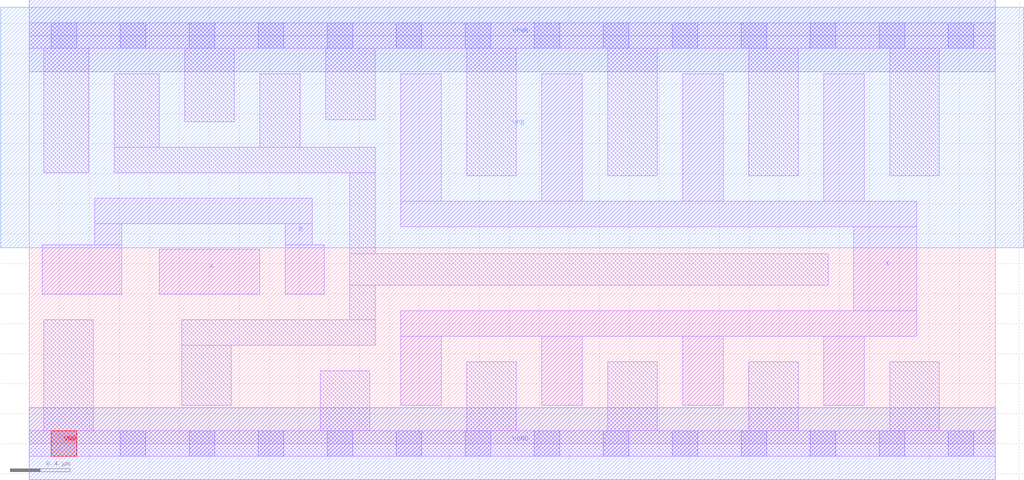
<source format=lef>
# Copyright 2020 The SkyWater PDK Authors
#
# Licensed under the Apache License, Version 2.0 (the "License");
# you may not use this file except in compliance with the License.
# You may obtain a copy of the License at
#
#     https://www.apache.org/licenses/LICENSE-2.0
#
# Unless required by applicable law or agreed to in writing, software
# distributed under the License is distributed on an "AS IS" BASIS,
# WITHOUT WARRANTIES OR CONDITIONS OF ANY KIND, either express or implied.
# See the License for the specific language governing permissions and
# limitations under the License.
#
# SPDX-License-Identifier: Apache-2.0

VERSION 5.7 ;
  NOWIREEXTENSIONATPIN ON ;
  DIVIDERCHAR "/" ;
  BUSBITCHARS "[]" ;
PROPERTYDEFINITIONS
  MACRO maskLayoutSubType STRING ;
  MACRO prCellType STRING ;
  MACRO originalViewName STRING ;
END PROPERTYDEFINITIONS
MACRO sky130_fd_sc_hdll__and2_8
  CLASS CORE ;
  FOREIGN sky130_fd_sc_hdll__and2_8 ;
  ORIGIN  0.000000  0.000000 ;
  SIZE  6.440000 BY  2.720000 ;
  SYMMETRY X Y R90 ;
  SITE unithd ;
  PIN A
    ANTENNAGATEAREA  0.555000 ;
    DIRECTION INPUT ;
    USE SIGNAL ;
    PORT
      LAYER li1 ;
        RECT 0.865000 0.995000 1.535000 1.295000 ;
    END
  END A
  PIN B
    ANTENNAGATEAREA  0.555000 ;
    DIRECTION INPUT ;
    USE SIGNAL ;
    PORT
      LAYER li1 ;
        RECT 0.085000 0.995000 0.615000 1.325000 ;
        RECT 0.435000 1.325000 0.615000 1.465000 ;
        RECT 0.435000 1.465000 1.885000 1.635000 ;
        RECT 1.705000 0.995000 1.965000 1.325000 ;
        RECT 1.705000 1.325000 1.885000 1.465000 ;
    END
  END B
  PIN VGND
    ANTENNADIFFAREA  1.456000 ;
    DIRECTION INOUT ;
    USE SIGNAL ;
    PORT
      LAYER met1 ;
        RECT 0.000000 -0.240000 6.440000 0.240000 ;
    END
  END VGND
  PIN VNB
    PORT
      LAYER pwell ;
        RECT 0.145000 -0.085000 0.315000 0.085000 ;
    END
  END VNB
  PIN VPB
    PORT
      LAYER nwell ;
        RECT -0.190000 1.305000 6.630000 2.910000 ;
    END
  END VPB
  PIN VPWR
    ANTENNADIFFAREA  2.010000 ;
    DIRECTION INOUT ;
    USE SIGNAL ;
    PORT
      LAYER met1 ;
        RECT 0.000000 2.480000 6.440000 2.960000 ;
    END
  END VPWR
  PIN X
    ANTENNADIFFAREA  1.862000 ;
    DIRECTION OUTPUT ;
    USE SIGNAL ;
    PORT
      LAYER li1 ;
        RECT 2.475000 0.255000 2.745000 0.715000 ;
        RECT 2.475000 0.715000 5.915000 0.885000 ;
        RECT 2.475000 1.445000 5.915000 1.615000 ;
        RECT 2.475000 1.615000 2.745000 2.465000 ;
        RECT 3.415000 0.255000 3.685000 0.715000 ;
        RECT 3.415000 1.615000 3.685000 2.465000 ;
        RECT 4.355000 0.255000 4.625000 0.715000 ;
        RECT 4.355000 1.615000 4.625000 2.465000 ;
        RECT 5.295000 0.255000 5.565000 0.715000 ;
        RECT 5.295000 1.615000 5.565000 2.465000 ;
        RECT 5.495000 0.885000 5.915000 1.445000 ;
    END
  END X
  OBS
    LAYER li1 ;
      RECT 0.000000 -0.085000 6.440000 0.085000 ;
      RECT 0.000000  2.635000 6.440000 2.805000 ;
      RECT 0.095000  0.085000 0.425000 0.825000 ;
      RECT 0.095000  1.805000 0.395000 2.635000 ;
      RECT 0.565000  1.805000 2.305000 1.975000 ;
      RECT 0.565000  1.975000 0.865000 2.465000 ;
      RECT 1.015000  0.255000 1.345000 0.655000 ;
      RECT 1.015000  0.655000 2.305000 0.825000 ;
      RECT 1.035000  2.145000 1.365000 2.635000 ;
      RECT 1.535000  1.975000 1.805000 2.465000 ;
      RECT 1.940000  0.085000 2.270000 0.485000 ;
      RECT 1.975000  2.160000 2.305000 2.635000 ;
      RECT 2.135000  0.825000 2.305000 1.055000 ;
      RECT 2.135000  1.055000 5.325000 1.265000 ;
      RECT 2.135000  1.265000 2.305000 1.805000 ;
      RECT 2.915000  0.085000 3.245000 0.545000 ;
      RECT 2.915000  1.785000 3.245000 2.635000 ;
      RECT 3.855000  0.085000 4.185000 0.545000 ;
      RECT 3.855000  1.785000 4.185000 2.635000 ;
      RECT 4.795000  0.085000 5.125000 0.545000 ;
      RECT 4.795000  1.785000 5.125000 2.635000 ;
      RECT 5.735000  0.085000 6.065000 0.545000 ;
      RECT 5.735000  1.785000 6.065000 2.635000 ;
    LAYER mcon ;
      RECT 0.145000 -0.085000 0.315000 0.085000 ;
      RECT 0.145000  2.635000 0.315000 2.805000 ;
      RECT 0.605000 -0.085000 0.775000 0.085000 ;
      RECT 0.605000  2.635000 0.775000 2.805000 ;
      RECT 1.065000 -0.085000 1.235000 0.085000 ;
      RECT 1.065000  2.635000 1.235000 2.805000 ;
      RECT 1.525000 -0.085000 1.695000 0.085000 ;
      RECT 1.525000  2.635000 1.695000 2.805000 ;
      RECT 1.985000 -0.085000 2.155000 0.085000 ;
      RECT 1.985000  2.635000 2.155000 2.805000 ;
      RECT 2.445000 -0.085000 2.615000 0.085000 ;
      RECT 2.445000  2.635000 2.615000 2.805000 ;
      RECT 2.905000 -0.085000 3.075000 0.085000 ;
      RECT 2.905000  2.635000 3.075000 2.805000 ;
      RECT 3.365000 -0.085000 3.535000 0.085000 ;
      RECT 3.365000  2.635000 3.535000 2.805000 ;
      RECT 3.825000 -0.085000 3.995000 0.085000 ;
      RECT 3.825000  2.635000 3.995000 2.805000 ;
      RECT 4.285000 -0.085000 4.455000 0.085000 ;
      RECT 4.285000  2.635000 4.455000 2.805000 ;
      RECT 4.745000 -0.085000 4.915000 0.085000 ;
      RECT 4.745000  2.635000 4.915000 2.805000 ;
      RECT 5.205000 -0.085000 5.375000 0.085000 ;
      RECT 5.205000  2.635000 5.375000 2.805000 ;
      RECT 5.665000 -0.085000 5.835000 0.085000 ;
      RECT 5.665000  2.635000 5.835000 2.805000 ;
      RECT 6.125000 -0.085000 6.295000 0.085000 ;
      RECT 6.125000  2.635000 6.295000 2.805000 ;
  END
  PROPERTY maskLayoutSubType "abstract" ;
  PROPERTY prCellType "standard" ;
  PROPERTY originalViewName "layout" ;
END sky130_fd_sc_hdll__and2_8
END LIBRARY

</source>
